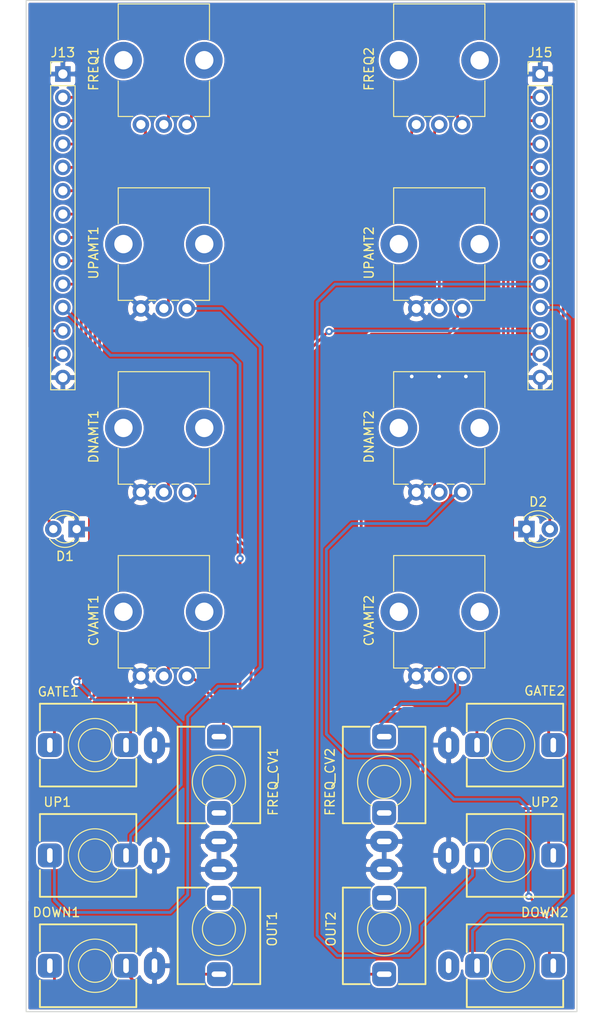
<source format=kicad_pcb>
(kicad_pcb (version 20171130) (host pcbnew "(5.1.10)-1")
  (layers (0 F.Cu signal) (31 B.Cu signal) (34 B.Paste user) (35 F.Paste user) (36 B.SilkS user) (37 F.SilkS user) (38 B.Mask user) (39 F.Mask user) (44 Edge.Cuts user))
  (net 0 "")
  (net 1 GND)
  (net 2 "Net-(DNAMT1-Pad1)")
  (net 3 "Net-(DNAMT2-Pad1)")
  (net 4 "Net-(J2-PadT)")
  (net 5 "Net-(J4-PadTN)")
  (net 6 "Net-(J5-PadTN)")
  (net 7 "Net-(J7-PadT)")
  (net 8 "Net-(J8-PadS)")
  (net 9 "Net-(J9-PadTN)")
  (net 10 "Net-(J10-PadTN)")
  (net 11 "Net-(CVAMT1-Pad1)")
  (net 12 /CVAMT1_WIPER_PA)
  (net 13 "Net-(CVAMT2-Pad1)")
  (net 14 /CVAMT2_WIPER_PA)
  (net 15 /LED1_PA)
  (net 16 /LED2_PA)
  (net 17 /DNAMT1_WIPER_PA)
  (net 18 /DNAMT2_WIPER_PA)
  (net 19 /FREQ1_P1_PA)
  (net 20 /FREQ1_WIPER_PA)
  (net 21 /FREQ1_P3_PA)
  (net 22 /FREQ2_P1_PA)
  (net 23 /FREQ2_WIPER_PA)
  (net 24 /FREQ2_P3_PA)
  (net 25 /GATE1_TN_PA)
  (net 26 /GATE1_T_PA)
  (net 27 /UP1_TN_PA)
  (net 28 /DOWN1_TN_PA)
  (net 29 /OUT1_T_PA)
  (net 30 /GATE2_TN_PA)
  (net 31 /GATE2_T_PA)
  (net 32 /UP2_TN_PA)
  (net 33 /DOWN2_TN_PA)
  (net 34 /OUT2_T_PA)
  (net 35 /UPAMT1_WIPER_PA)
  (net 36 /UPAMT2_WIPER_PA)
  (module Potentiometer_THT:Potentiometer_Bourns_PTV09A-1_Single_Vertical (layer F.Cu) (at 77.5 43.5 90)
    (fp_text reference FREQ2 (at 6.05 -10.15 90) (layer F.SilkS))
    (fp_text value 100k)
    (fp_line (start 13.12 -7.47) (end 13.12 2.47) (layer F.SilkS) (width 0.12))
    (fp_line (start 0.88 0.87) (end 0.88 2.47) (layer F.SilkS) (width 0.12))
    (fp_line (start 0.88 -1.629) (end 0.88 -0.87) (layer F.SilkS) (width 0.12))
    (fp_line (start 0.88 -4.129) (end 0.88 -3.37) (layer F.SilkS) (width 0.12))
    (fp_line (start 0.88 -7.47) (end 0.88 -5.871) (layer F.SilkS) (width 0.12))
    (fp_line (start 9.255 2.47) (end 13.12 2.47) (layer F.SilkS) (width 0.12))
    (fp_line (start 0.88 2.47) (end 4.745 2.47) (layer F.SilkS) (width 0.12))
    (fp_line (start 9.255 -7.47) (end 13.12 -7.47) (layer F.SilkS) (width 0.12))
    (fp_line (start 0.88 -7.47) (end 4.745 -7.47) (layer F.SilkS) (width 0.12))
    (pad "" np_thru_hole circle (at 7 1.9 90) (size 4 4) (drill 2) (layers *.Cu *.Mask))
    (pad "" np_thru_hole circle (at 7 -6.9 90) (size 4 4) (drill 2) (layers *.Cu *.Mask))
    (pad 1 thru_hole circle (at 0 0 90) (size 1.8 1.8) (drill 1) (layers *.Cu *.Mask) (net 22 /FREQ2_P1_PA))
    (pad 2 thru_hole circle (at 0 -2.5 90) (size 1.8 1.8) (drill 1) (layers *.Cu *.Mask) (net 23 /FREQ2_WIPER_PA))
    (pad 3 thru_hole circle (at 0 -5 90) (size 1.8 1.8) (drill 1) (layers *.Cu *.Mask) (net 24 /FREQ2_P3_PA))
  )
  (module Connector_PinHeader_2.54mm:PinHeader_1x14_P2.54mm_Vertical (layer F.Cu) (at 86 38)
    (fp_text reference J15 (at 0 -2.33) (layer F.SilkS))
    (fp_text value Conn_01x14_Male)
    (fp_line (start -1.33 34.35) (end 1.33 34.35) (layer F.SilkS) (width 0.12))
    (fp_line (start -1.33 1.27) (end -1.33 34.35) (layer F.SilkS) (width 0.12))
    (fp_line (start 1.33 1.27) (end 1.33 34.35) (layer F.SilkS) (width 0.12))
    (fp_line (start -1.33 1.27) (end 1.33 1.27) (layer F.SilkS) (width 0.12))
    (fp_line (start -1.33 0) (end -1.33 -1.33) (layer F.SilkS) (width 0.12))
    (fp_line (start -1.33 -1.33) (end 0 -1.33) (layer F.SilkS) (width 0.12))
    (pad 14 thru_hole oval (at 0 33.02) (size 1.7 1.7) (drill 1) (layers *.Cu *.Mask) (net 1 GND))
    (pad 13 thru_hole oval (at 0 30.48) (size 1.7 1.7) (drill 1) (layers *.Cu *.Mask) (net 16 /LED2_PA))
    (pad 12 thru_hole oval (at 0 27.94) (size 1.7 1.7) (drill 1) (layers *.Cu *.Mask) (net 34 /OUT2_T_PA))
    (pad 11 thru_hole oval (at 0 25.4) (size 1.7 1.7) (drill 1) (layers *.Cu *.Mask) (net 33 /DOWN2_TN_PA))
    (pad 10 thru_hole oval (at 0 22.86) (size 1.7 1.7) (drill 1) (layers *.Cu *.Mask) (net 32 /UP2_TN_PA))
    (pad 9 thru_hole oval (at 0 20.32) (size 1.7 1.7) (drill 1) (layers *.Cu *.Mask) (net 31 /GATE2_T_PA))
    (pad 8 thru_hole oval (at 0 17.78) (size 1.7 1.7) (drill 1) (layers *.Cu *.Mask) (net 30 /GATE2_TN_PA))
    (pad 7 thru_hole oval (at 0 15.24) (size 1.7 1.7) (drill 1) (layers *.Cu *.Mask) (net 14 /CVAMT2_WIPER_PA))
    (pad 6 thru_hole oval (at 0 12.7) (size 1.7 1.7) (drill 1) (layers *.Cu *.Mask) (net 18 /DNAMT2_WIPER_PA))
    (pad 5 thru_hole oval (at 0 10.16) (size 1.7 1.7) (drill 1) (layers *.Cu *.Mask) (net 36 /UPAMT2_WIPER_PA))
    (pad 4 thru_hole oval (at 0 7.62) (size 1.7 1.7) (drill 1) (layers *.Cu *.Mask) (net 24 /FREQ2_P3_PA))
    (pad 3 thru_hole oval (at 0 5.08) (size 1.7 1.7) (drill 1) (layers *.Cu *.Mask) (net 23 /FREQ2_WIPER_PA))
    (pad 2 thru_hole oval (at 0 2.54) (size 1.7 1.7) (drill 1) (layers *.Cu *.Mask) (net 22 /FREQ2_P1_PA))
    (pad 1 thru_hole rect (at 0 0) (size 1.7 1.7) (drill 1) (layers *.Cu *.Mask) (net 1 GND))
  )
  (module Connector_PinHeader_2.54mm:PinHeader_1x14_P2.54mm_Vertical (layer F.Cu) (at 34 38)
    (fp_text reference J13 (at 0 -2.33) (layer F.SilkS))
    (fp_text value Conn_01x14_Male)
    (fp_line (start -1.33 34.35) (end 1.33 34.35) (layer F.SilkS) (width 0.12))
    (fp_line (start -1.33 1.27) (end -1.33 34.35) (layer F.SilkS) (width 0.12))
    (fp_line (start 1.33 1.27) (end 1.33 34.35) (layer F.SilkS) (width 0.12))
    (fp_line (start -1.33 1.27) (end 1.33 1.27) (layer F.SilkS) (width 0.12))
    (fp_line (start -1.33 0) (end -1.33 -1.33) (layer F.SilkS) (width 0.12))
    (fp_line (start -1.33 -1.33) (end 0 -1.33) (layer F.SilkS) (width 0.12))
    (pad 14 thru_hole oval (at 0 33.02) (size 1.7 1.7) (drill 1) (layers *.Cu *.Mask) (net 1 GND))
    (pad 13 thru_hole oval (at 0 30.48) (size 1.7 1.7) (drill 1) (layers *.Cu *.Mask) (net 15 /LED1_PA))
    (pad 12 thru_hole oval (at 0 27.94) (size 1.7 1.7) (drill 1) (layers *.Cu *.Mask) (net 29 /OUT1_T_PA))
    (pad 11 thru_hole oval (at 0 25.4) (size 1.7 1.7) (drill 1) (layers *.Cu *.Mask) (net 28 /DOWN1_TN_PA))
    (pad 10 thru_hole oval (at 0 22.86) (size 1.7 1.7) (drill 1) (layers *.Cu *.Mask) (net 27 /UP1_TN_PA))
    (pad 9 thru_hole oval (at 0 20.32) (size 1.7 1.7) (drill 1) (layers *.Cu *.Mask) (net 26 /GATE1_T_PA))
    (pad 8 thru_hole oval (at 0 17.78) (size 1.7 1.7) (drill 1) (layers *.Cu *.Mask) (net 25 /GATE1_TN_PA))
    (pad 7 thru_hole oval (at 0 15.24) (size 1.7 1.7) (drill 1) (layers *.Cu *.Mask) (net 12 /CVAMT1_WIPER_PA))
    (pad 6 thru_hole oval (at 0 12.7) (size 1.7 1.7) (drill 1) (layers *.Cu *.Mask) (net 17 /DNAMT1_WIPER_PA))
    (pad 5 thru_hole oval (at 0 10.16) (size 1.7 1.7) (drill 1) (layers *.Cu *.Mask) (net 35 /UPAMT1_WIPER_PA))
    (pad 4 thru_hole oval (at 0 7.62) (size 1.7 1.7) (drill 1) (layers *.Cu *.Mask) (net 21 /FREQ1_P3_PA))
    (pad 3 thru_hole oval (at 0 5.08) (size 1.7 1.7) (drill 1) (layers *.Cu *.Mask) (net 20 /FREQ1_WIPER_PA))
    (pad 2 thru_hole oval (at 0 2.54) (size 1.7 1.7) (drill 1) (layers *.Cu *.Mask) (net 19 /FREQ1_P1_PA))
    (pad 1 thru_hole rect (at 0 0) (size 1.7 1.7) (drill 1) (layers *.Cu *.Mask) (net 1 GND))
  )
  (module Potentiometer_THT:Potentiometer_Bourns_PTV09A-1_Single_Vertical (layer F.Cu) (at 77.5 63.5 90)
    (fp_text reference UPAMT2 (at 6.05 -10.15 90) (layer F.SilkS))
    (fp_text value 100k)
    (fp_line (start 13.12 -7.47) (end 13.12 2.47) (layer F.SilkS) (width 0.12))
    (fp_line (start 0.88 0.87) (end 0.88 2.47) (layer F.SilkS) (width 0.12))
    (fp_line (start 0.88 -1.629) (end 0.88 -0.87) (layer F.SilkS) (width 0.12))
    (fp_line (start 0.88 -4.129) (end 0.88 -3.37) (layer F.SilkS) (width 0.12))
    (fp_line (start 0.88 -7.47) (end 0.88 -5.871) (layer F.SilkS) (width 0.12))
    (fp_line (start 9.255 2.47) (end 13.12 2.47) (layer F.SilkS) (width 0.12))
    (fp_line (start 0.88 2.47) (end 4.745 2.47) (layer F.SilkS) (width 0.12))
    (fp_line (start 9.255 -7.47) (end 13.12 -7.47) (layer F.SilkS) (width 0.12))
    (fp_line (start 0.88 -7.47) (end 4.745 -7.47) (layer F.SilkS) (width 0.12))
    (pad "" np_thru_hole circle (at 7 1.9 90) (size 4 4) (drill 2) (layers *.Cu *.Mask))
    (pad "" np_thru_hole circle (at 7 -6.9 90) (size 4 4) (drill 2) (layers *.Cu *.Mask))
    (pad 1 thru_hole circle (at 0 0 90) (size 1.8 1.8) (drill 1) (layers *.Cu *.Mask) (net 7 "Net-(J7-PadT)"))
    (pad 2 thru_hole circle (at 0 -2.5 90) (size 1.8 1.8) (drill 1) (layers *.Cu *.Mask) (net 36 /UPAMT2_WIPER_PA))
    (pad 3 thru_hole circle (at 0 -5 90) (size 1.8 1.8) (drill 1) (layers *.Cu *.Mask) (net 1 GND))
  )
  (module Potentiometer_THT:Potentiometer_Bourns_PTV09A-1_Single_Vertical (layer F.Cu) (at 47.5 63.5 90)
    (fp_text reference UPAMT1 (at 6.05 -10.15 90) (layer F.SilkS))
    (fp_text value 100k)
    (fp_line (start 13.12 -7.47) (end 13.12 2.47) (layer F.SilkS) (width 0.12))
    (fp_line (start 0.88 0.87) (end 0.88 2.47) (layer F.SilkS) (width 0.12))
    (fp_line (start 0.88 -1.629) (end 0.88 -0.87) (layer F.SilkS) (width 0.12))
    (fp_line (start 0.88 -4.129) (end 0.88 -3.37) (layer F.SilkS) (width 0.12))
    (fp_line (start 0.88 -7.47) (end 0.88 -5.871) (layer F.SilkS) (width 0.12))
    (fp_line (start 9.255 2.47) (end 13.12 2.47) (layer F.SilkS) (width 0.12))
    (fp_line (start 0.88 2.47) (end 4.745 2.47) (layer F.SilkS) (width 0.12))
    (fp_line (start 9.255 -7.47) (end 13.12 -7.47) (layer F.SilkS) (width 0.12))
    (fp_line (start 0.88 -7.47) (end 4.745 -7.47) (layer F.SilkS) (width 0.12))
    (pad "" np_thru_hole circle (at 7 1.9 90) (size 4 4) (drill 2) (layers *.Cu *.Mask))
    (pad "" np_thru_hole circle (at 7 -6.9 90) (size 4 4) (drill 2) (layers *.Cu *.Mask))
    (pad 1 thru_hole circle (at 0 0 90) (size 1.8 1.8) (drill 1) (layers *.Cu *.Mask) (net 4 "Net-(J2-PadT)"))
    (pad 2 thru_hole circle (at 0 -2.5 90) (size 1.8 1.8) (drill 1) (layers *.Cu *.Mask) (net 35 /UPAMT1_WIPER_PA))
    (pad 3 thru_hole circle (at 0 -5 90) (size 1.8 1.8) (drill 1) (layers *.Cu *.Mask) (net 1 GND))
  )
  (module "Thonk Jacks:Jack_3.5mm_QingPu_WQP-PJ398SM_Vertical" (layer F.Cu) (at 69 131 180)
    (fp_text reference J10)
    (fp_text value OUT2 (at 5.8 0 90) (layer F.SilkS))
    (fp_circle (center 0 0) (end -1.8 0) (layer F.SilkS) (width 0.12))
    (fp_line (start 1.5 4.5) (end 4.5 4.5) (layer F.SilkS) (width 0.2))
    (fp_line (start -4.5 4.5) (end -1.5 4.5) (layer F.SilkS) (width 0.2))
    (fp_line (start 1.6 -6) (end 4.5 -6) (layer F.SilkS) (width 0.2))
    (fp_line (start -4.5 -6) (end -1.6 -6) (layer F.SilkS) (width 0.2))
    (fp_line (start -4.5 4.5) (end -4.5 -6) (layer F.SilkS) (width 0.2))
    (fp_line (start 4.5 4.5) (end 4.5 -6) (layer F.SilkS) (width 0.2))
    (fp_arc (start 0 0) (end 0 -2.895) (angle -153.4) (layer F.SilkS) (width 0.12))
    (fp_arc (start 0 0) (end 0 -2.895) (angle 153.4) (layer F.SilkS) (width 0.12))
    (pad T thru_hole roundrect (at 0 -4.92 180) (size 2.6 2.6) (drill oval 1.6 0.6) (layers *.Cu *.Mask) (net 34 /OUT2_T_PA))
    (pad S thru_hole oval (at 0 6.48 180) (size 3.1 2.3) (drill oval 1.6 0.6) (layers *.Cu *.Mask) (net 1 GND))
    (pad TN thru_hole roundrect (at 0 3.38 180) (size 2.6 2.6) (drill oval 1.6 0.6) (layers *.Cu *.Mask) (net 10 "Net-(J10-PadTN)"))
  )
  (module "Thonk Jacks:Jack_3.5mm_QingPu_WQP-PJ398SM_Vertical" (layer F.Cu) (at 69 115)
    (fp_text reference J9)
    (fp_text value FREQ_CV2 (at -5.9 0 90) (layer F.SilkS))
    (fp_line (start 4.5 4.5) (end 4.5 -6) (layer F.SilkS) (width 0.2))
    (fp_line (start -4.5 4.5) (end -4.5 -6) (layer F.SilkS) (width 0.2))
    (fp_line (start -4.5 -6) (end -1.6 -6) (layer F.SilkS) (width 0.2))
    (fp_line (start 1.6 -6) (end 4.5 -6) (layer F.SilkS) (width 0.2))
    (fp_line (start -4.5 4.5) (end -1.5 4.5) (layer F.SilkS) (width 0.2))
    (fp_line (start 1.5 4.5) (end 4.5 4.5) (layer F.SilkS) (width 0.2))
    (fp_circle (center 0 0) (end -1.8 0) (layer F.SilkS) (width 0.12))
    (fp_arc (start 0 0) (end 0 -2.895) (angle 153.4) (layer F.SilkS) (width 0.12))
    (fp_arc (start 0 0) (end 0 -2.895) (angle -153.4) (layer F.SilkS) (width 0.12))
    (pad TN thru_hole roundrect (at 0 3.38) (size 2.6 2.6) (drill oval 1.6 0.6) (layers *.Cu *.Mask) (net 9 "Net-(J9-PadTN)"))
    (pad S thru_hole oval (at 0 6.48) (size 3.1 2.3) (drill oval 1.6 0.6) (layers *.Cu *.Mask) (net 1 GND))
    (pad T thru_hole roundrect (at 0 -4.92) (size 2.6 2.6) (drill oval 1.6 0.6) (layers *.Cu *.Mask) (net 13 "Net-(CVAMT2-Pad1)"))
  )
  (module "Thonk Jacks:Jack_3.5mm_QingPu_WQP-PJ398SM_Vertical" (layer F.Cu) (at 82.5 135 270)
    (fp_text reference J8)
    (fp_text value DOWN2 (at -5.8 -4 180) (layer F.SilkS))
    (fp_line (start 4.5 4.5) (end 4.5 -6) (layer F.SilkS) (width 0.2))
    (fp_line (start -4.5 4.5) (end -4.5 -6) (layer F.SilkS) (width 0.2))
    (fp_line (start -4.5 -6) (end -1.6 -6) (layer F.SilkS) (width 0.2))
    (fp_line (start 1.6 -6) (end 4.5 -6) (layer F.SilkS) (width 0.2))
    (fp_line (start -4.5 4.5) (end -1.5 4.5) (layer F.SilkS) (width 0.2))
    (fp_line (start 1.5 4.5) (end 4.5 4.5) (layer F.SilkS) (width 0.2))
    (fp_circle (center 0 0) (end -1.8 0) (layer F.SilkS) (width 0.12))
    (fp_arc (start 0 0) (end 0 -2.895) (angle 153.4) (layer F.SilkS) (width 0.12))
    (fp_arc (start 0 0) (end 0 -2.895) (angle -153.4) (layer F.SilkS) (width 0.12))
    (pad TN thru_hole roundrect (at 0 3.38 270) (size 2.6 2.6) (drill oval 1.6 0.6) (layers *.Cu *.Mask) (net 33 /DOWN2_TN_PA))
    (pad S thru_hole oval (at 0 6.48 270) (size 3.1 2.3) (drill oval 1.6 0.6) (layers *.Cu *.Mask) (net 8 "Net-(J8-PadS)"))
    (pad T thru_hole roundrect (at 0 -4.92 270) (size 2.6 2.6) (drill oval 1.6 0.6) (layers *.Cu *.Mask) (net 3 "Net-(DNAMT2-Pad1)"))
  )
  (module "Thonk Jacks:Jack_3.5mm_QingPu_WQP-PJ398SM_Vertical" (layer F.Cu) (at 82.5 123 270)
    (fp_text reference J7)
    (fp_text value UP2 (at -5.8 -4 180) (layer F.SilkS))
    (fp_line (start 4.5 4.5) (end 4.5 -6) (layer F.SilkS) (width 0.2))
    (fp_line (start -4.5 4.5) (end -4.5 -6) (layer F.SilkS) (width 0.2))
    (fp_line (start -4.5 -6) (end -1.6 -6) (layer F.SilkS) (width 0.2))
    (fp_line (start 1.6 -6) (end 4.5 -6) (layer F.SilkS) (width 0.2))
    (fp_line (start -4.5 4.5) (end -1.5 4.5) (layer F.SilkS) (width 0.2))
    (fp_line (start 1.5 4.5) (end 4.5 4.5) (layer F.SilkS) (width 0.2))
    (fp_circle (center 0 0) (end -1.8 0) (layer F.SilkS) (width 0.12))
    (fp_arc (start 0 0) (end 0 -2.895) (angle 153.4) (layer F.SilkS) (width 0.12))
    (fp_arc (start 0 0) (end 0 -2.895) (angle -153.4) (layer F.SilkS) (width 0.12))
    (pad TN thru_hole roundrect (at 0 3.38 270) (size 2.6 2.6) (drill oval 1.6 0.6) (layers *.Cu *.Mask) (net 32 /UP2_TN_PA))
    (pad S thru_hole oval (at 0 6.48 270) (size 3.1 2.3) (drill oval 1.6 0.6) (layers *.Cu *.Mask) (net 1 GND))
    (pad T thru_hole roundrect (at 0 -4.92 270) (size 2.6 2.6) (drill oval 1.6 0.6) (layers *.Cu *.Mask) (net 7 "Net-(J7-PadT)"))
  )
  (module "Thonk Jacks:Jack_3.5mm_QingPu_WQP-PJ398SM_Vertical" (layer F.Cu) (at 82.5 111 270)
    (fp_text reference J6)
    (fp_text value GATE2 (at -5.9 -4 180) (layer F.SilkS))
    (fp_line (start 4.5 4.5) (end 4.5 -6) (layer F.SilkS) (width 0.2))
    (fp_line (start -4.5 4.5) (end -4.5 -6) (layer F.SilkS) (width 0.2))
    (fp_line (start -4.5 -6) (end -1.6 -6) (layer F.SilkS) (width 0.2))
    (fp_line (start 1.6 -6) (end 4.5 -6) (layer F.SilkS) (width 0.2))
    (fp_line (start -4.5 4.5) (end -1.5 4.5) (layer F.SilkS) (width 0.2))
    (fp_line (start 1.5 4.5) (end 4.5 4.5) (layer F.SilkS) (width 0.2))
    (fp_circle (center 0 0) (end -1.8 0) (layer F.SilkS) (width 0.12))
    (fp_arc (start 0 0) (end 0 -2.895) (angle 153.4) (layer F.SilkS) (width 0.12))
    (fp_arc (start 0 0) (end 0 -2.895) (angle -153.4) (layer F.SilkS) (width 0.12))
    (pad TN thru_hole roundrect (at 0 3.38 270) (size 2.6 2.6) (drill oval 1.6 0.6) (layers *.Cu *.Mask) (net 30 /GATE2_TN_PA))
    (pad S thru_hole oval (at 0 6.48 270) (size 3.1 2.3) (drill oval 1.6 0.6) (layers *.Cu *.Mask) (net 1 GND))
    (pad T thru_hole roundrect (at 0 -4.92 270) (size 2.6 2.6) (drill oval 1.6 0.6) (layers *.Cu *.Mask) (net 31 /GATE2_T_PA))
  )
  (module "Thonk Jacks:Jack_3.5mm_QingPu_WQP-PJ398SM_Vertical" (layer F.Cu) (at 51 131 180)
    (fp_text reference J5)
    (fp_text value OUT1 (at -5.8 0 90) (layer F.SilkS))
    (fp_line (start 4.5 4.5) (end 4.5 -6) (layer F.SilkS) (width 0.2))
    (fp_line (start -4.5 4.5) (end -4.5 -6) (layer F.SilkS) (width 0.2))
    (fp_line (start -4.5 -6) (end -1.6 -6) (layer F.SilkS) (width 0.2))
    (fp_line (start 1.6 -6) (end 4.5 -6) (layer F.SilkS) (width 0.2))
    (fp_line (start -4.5 4.5) (end -1.5 4.5) (layer F.SilkS) (width 0.2))
    (fp_line (start 1.5 4.5) (end 4.5 4.5) (layer F.SilkS) (width 0.2))
    (fp_circle (center 0 0) (end -1.8 0) (layer F.SilkS) (width 0.12))
    (fp_arc (start 0 0) (end 0 -2.895) (angle 153.4) (layer F.SilkS) (width 0.12))
    (fp_arc (start 0 0) (end 0 -2.895) (angle -153.4) (layer F.SilkS) (width 0.12))
    (pad TN thru_hole roundrect (at 0 3.38 180) (size 2.6 2.6) (drill oval 1.6 0.6) (layers *.Cu *.Mask) (net 6 "Net-(J5-PadTN)"))
    (pad S thru_hole oval (at 0 6.48 180) (size 3.1 2.3) (drill oval 1.6 0.6) (layers *.Cu *.Mask) (net 1 GND))
    (pad T thru_hole roundrect (at 0 -4.92 180) (size 2.6 2.6) (drill oval 1.6 0.6) (layers *.Cu *.Mask) (net 29 /OUT1_T_PA))
  )
  (module "Thonk Jacks:Jack_3.5mm_QingPu_WQP-PJ398SM_Vertical" (layer F.Cu) (at 51 115)
    (fp_text reference J4)
    (fp_text value FREQ_CV1 (at 5.9 0 90) (layer F.SilkS))
    (fp_line (start 4.5 4.5) (end 4.5 -6) (layer F.SilkS) (width 0.2))
    (fp_line (start -4.5 4.5) (end -4.5 -6) (layer F.SilkS) (width 0.2))
    (fp_line (start -4.5 -6) (end -1.6 -6) (layer F.SilkS) (width 0.2))
    (fp_line (start 1.6 -6) (end 4.5 -6) (layer F.SilkS) (width 0.2))
    (fp_line (start -4.5 4.5) (end -1.5 4.5) (layer F.SilkS) (width 0.2))
    (fp_line (start 1.5 4.5) (end 4.5 4.5) (layer F.SilkS) (width 0.2))
    (fp_circle (center 0 0) (end -1.8 0) (layer F.SilkS) (width 0.12))
    (fp_arc (start 0 0) (end 0 -2.895) (angle 153.4) (layer F.SilkS) (width 0.12))
    (fp_arc (start 0 0) (end 0 -2.895) (angle -153.4) (layer F.SilkS) (width 0.12))
    (pad TN thru_hole roundrect (at 0 3.38) (size 2.6 2.6) (drill oval 1.6 0.6) (layers *.Cu *.Mask) (net 5 "Net-(J4-PadTN)"))
    (pad S thru_hole oval (at 0 6.48) (size 3.1 2.3) (drill oval 1.6 0.6) (layers *.Cu *.Mask) (net 1 GND))
    (pad T thru_hole roundrect (at 0 -4.92) (size 2.6 2.6) (drill oval 1.6 0.6) (layers *.Cu *.Mask) (net 11 "Net-(CVAMT1-Pad1)"))
  )
  (module "Thonk Jacks:Jack_3.5mm_QingPu_WQP-PJ398SM_Vertical" (layer F.Cu) (at 37.5 135 90)
    (fp_text reference J3)
    (fp_text value DOWN1 (at 5.8 -4.2 180) (layer F.SilkS))
    (fp_line (start 4.5 4.5) (end 4.5 -6) (layer F.SilkS) (width 0.2))
    (fp_line (start -4.5 4.5) (end -4.5 -6) (layer F.SilkS) (width 0.2))
    (fp_line (start -4.5 -6) (end -1.6 -6) (layer F.SilkS) (width 0.2))
    (fp_line (start 1.6 -6) (end 4.5 -6) (layer F.SilkS) (width 0.2))
    (fp_line (start -4.5 4.5) (end -1.5 4.5) (layer F.SilkS) (width 0.2))
    (fp_line (start 1.5 4.5) (end 4.5 4.5) (layer F.SilkS) (width 0.2))
    (fp_circle (center 0 0) (end -1.8 0) (layer F.SilkS) (width 0.12))
    (fp_arc (start 0 0) (end 0 -2.895) (angle 153.4) (layer F.SilkS) (width 0.12))
    (fp_arc (start 0 0) (end 0 -2.895) (angle -153.4) (layer F.SilkS) (width 0.12))
    (pad TN thru_hole roundrect (at 0 3.38 90) (size 2.6 2.6) (drill oval 1.6 0.6) (layers *.Cu *.Mask) (net 28 /DOWN1_TN_PA))
    (pad S thru_hole oval (at 0 6.48 90) (size 3.1 2.3) (drill oval 1.6 0.6) (layers *.Cu *.Mask) (net 1 GND))
    (pad T thru_hole roundrect (at 0 -4.92 90) (size 2.6 2.6) (drill oval 1.6 0.6) (layers *.Cu *.Mask) (net 2 "Net-(DNAMT1-Pad1)"))
  )
  (module "Thonk Jacks:Jack_3.5mm_QingPu_WQP-PJ398SM_Vertical" (layer F.Cu) (at 37.5 123 90)
    (fp_text reference J2)
    (fp_text value UP1 (at 5.8 -4.1 180) (layer F.SilkS))
    (fp_line (start 4.5 4.5) (end 4.5 -6) (layer F.SilkS) (width 0.2))
    (fp_line (start -4.5 4.5) (end -4.5 -6) (layer F.SilkS) (width 0.2))
    (fp_line (start -4.5 -6) (end -1.6 -6) (layer F.SilkS) (width 0.2))
    (fp_line (start 1.6 -6) (end 4.5 -6) (layer F.SilkS) (width 0.2))
    (fp_line (start -4.5 4.5) (end -1.5 4.5) (layer F.SilkS) (width 0.2))
    (fp_line (start 1.5 4.5) (end 4.5 4.5) (layer F.SilkS) (width 0.2))
    (fp_circle (center 0 0) (end -1.8 0) (layer F.SilkS) (width 0.12))
    (fp_arc (start 0 0) (end 0 -2.895) (angle 153.4) (layer F.SilkS) (width 0.12))
    (fp_arc (start 0 0) (end 0 -2.895) (angle -153.4) (layer F.SilkS) (width 0.12))
    (pad TN thru_hole roundrect (at 0 3.38 90) (size 2.6 2.6) (drill oval 1.6 0.6) (layers *.Cu *.Mask) (net 27 /UP1_TN_PA))
    (pad S thru_hole oval (at 0 6.48 90) (size 3.1 2.3) (drill oval 1.6 0.6) (layers *.Cu *.Mask) (net 1 GND))
    (pad T thru_hole roundrect (at 0 -4.92 90) (size 2.6 2.6) (drill oval 1.6 0.6) (layers *.Cu *.Mask) (net 4 "Net-(J2-PadT)"))
  )
  (module "Thonk Jacks:Jack_3.5mm_QingPu_WQP-PJ398SM_Vertical" (layer F.Cu) (at 37.5 111 90)
    (fp_text reference J1)
    (fp_text value GATE1 (at 5.8 -4 180) (layer F.SilkS))
    (fp_line (start 4.5 4.5) (end 4.5 -6) (layer F.SilkS) (width 0.2))
    (fp_line (start -4.5 4.5) (end -4.5 -6) (layer F.SilkS) (width 0.2))
    (fp_line (start -4.5 -6) (end -1.6 -6) (layer F.SilkS) (width 0.2))
    (fp_line (start 1.6 -6) (end 4.5 -6) (layer F.SilkS) (width 0.2))
    (fp_line (start -4.5 4.5) (end -1.5 4.5) (layer F.SilkS) (width 0.2))
    (fp_line (start 1.5 4.5) (end 4.5 4.5) (layer F.SilkS) (width 0.2))
    (fp_circle (center 0 0) (end -1.8 0) (layer F.SilkS) (width 0.12))
    (fp_arc (start 0 0) (end 0 -2.895) (angle 153.4) (layer F.SilkS) (width 0.12))
    (fp_arc (start 0 0) (end 0 -2.895) (angle -153.4) (layer F.SilkS) (width 0.12))
    (pad TN thru_hole roundrect (at 0 3.38 90) (size 2.6 2.6) (drill oval 1.6 0.6) (layers *.Cu *.Mask) (net 25 /GATE1_TN_PA))
    (pad S thru_hole oval (at 0 6.48 90) (size 3.1 2.3) (drill oval 1.6 0.6) (layers *.Cu *.Mask) (net 1 GND))
    (pad T thru_hole roundrect (at 0 -4.92 90) (size 2.6 2.6) (drill oval 1.6 0.6) (layers *.Cu *.Mask) (net 26 /GATE1_T_PA))
  )
  (module Potentiometer_THT:Potentiometer_Bourns_PTV09A-1_Single_Vertical (layer F.Cu) (at 47.5 43.5 90)
    (fp_text reference FREQ1 (at 6.05 -10.15 90) (layer F.SilkS))
    (fp_text value 100k)
    (fp_line (start 13.12 -7.47) (end 13.12 2.47) (layer F.SilkS) (width 0.12))
    (fp_line (start 0.88 0.87) (end 0.88 2.47) (layer F.SilkS) (width 0.12))
    (fp_line (start 0.88 -1.629) (end 0.88 -0.87) (layer F.SilkS) (width 0.12))
    (fp_line (start 0.88 -4.129) (end 0.88 -3.37) (layer F.SilkS) (width 0.12))
    (fp_line (start 0.88 -7.47) (end 0.88 -5.871) (layer F.SilkS) (width 0.12))
    (fp_line (start 9.255 2.47) (end 13.12 2.47) (layer F.SilkS) (width 0.12))
    (fp_line (start 0.88 2.47) (end 4.745 2.47) (layer F.SilkS) (width 0.12))
    (fp_line (start 9.255 -7.47) (end 13.12 -7.47) (layer F.SilkS) (width 0.12))
    (fp_line (start 0.88 -7.47) (end 4.745 -7.47) (layer F.SilkS) (width 0.12))
    (pad "" np_thru_hole circle (at 7 1.9 90) (size 4 4) (drill 2) (layers *.Cu *.Mask))
    (pad "" np_thru_hole circle (at 7 -6.9 90) (size 4 4) (drill 2) (layers *.Cu *.Mask))
    (pad 1 thru_hole circle (at 0 0 90) (size 1.8 1.8) (drill 1) (layers *.Cu *.Mask) (net 19 /FREQ1_P1_PA))
    (pad 2 thru_hole circle (at 0 -2.5 90) (size 1.8 1.8) (drill 1) (layers *.Cu *.Mask) (net 20 /FREQ1_WIPER_PA))
    (pad 3 thru_hole circle (at 0 -5 90) (size 1.8 1.8) (drill 1) (layers *.Cu *.Mask) (net 21 /FREQ1_P3_PA))
  )
  (module Potentiometer_THT:Potentiometer_Bourns_PTV09A-1_Single_Vertical (layer F.Cu) (at 77.5 83.5 90)
    (fp_text reference DNAMT2 (at 6.05 -10.15 90) (layer F.SilkS))
    (fp_text value 100k)
    (fp_line (start 13.12 -7.47) (end 13.12 2.47) (layer F.SilkS) (width 0.12))
    (fp_line (start 0.88 0.87) (end 0.88 2.47) (layer F.SilkS) (width 0.12))
    (fp_line (start 0.88 -1.629) (end 0.88 -0.87) (layer F.SilkS) (width 0.12))
    (fp_line (start 0.88 -4.129) (end 0.88 -3.37) (layer F.SilkS) (width 0.12))
    (fp_line (start 0.88 -7.47) (end 0.88 -5.871) (layer F.SilkS) (width 0.12))
    (fp_line (start 9.255 2.47) (end 13.12 2.47) (layer F.SilkS) (width 0.12))
    (fp_line (start 0.88 2.47) (end 4.745 2.47) (layer F.SilkS) (width 0.12))
    (fp_line (start 9.255 -7.47) (end 13.12 -7.47) (layer F.SilkS) (width 0.12))
    (fp_line (start 0.88 -7.47) (end 4.745 -7.47) (layer F.SilkS) (width 0.12))
    (pad "" np_thru_hole circle (at 7 1.9 90) (size 4 4) (drill 2) (layers *.Cu *.Mask))
    (pad "" np_thru_hole circle (at 7 -6.9 90) (size 4 4) (drill 2) (layers *.Cu *.Mask))
    (pad 1 thru_hole circle (at 0 0 90) (size 1.8 1.8) (drill 1) (layers *.Cu *.Mask) (net 3 "Net-(DNAMT2-Pad1)"))
    (pad 2 thru_hole circle (at 0 -2.5 90) (size 1.8 1.8) (drill 1) (layers *.Cu *.Mask) (net 18 /DNAMT2_WIPER_PA))
    (pad 3 thru_hole circle (at 0 -5 90) (size 1.8 1.8) (drill 1) (layers *.Cu *.Mask) (net 1 GND))
  )
  (module Potentiometer_THT:Potentiometer_Bourns_PTV09A-1_Single_Vertical (layer F.Cu) (at 47.5 83.5 90)
    (fp_text reference DNAMT1 (at 6.05 -10.15 90) (layer F.SilkS))
    (fp_text value 100k)
    (fp_line (start 13.12 -7.47) (end 13.12 2.47) (layer F.SilkS) (width 0.12))
    (fp_line (start 0.88 0.87) (end 0.88 2.47) (layer F.SilkS) (width 0.12))
    (fp_line (start 0.88 -1.629) (end 0.88 -0.87) (layer F.SilkS) (width 0.12))
    (fp_line (start 0.88 -4.129) (end 0.88 -3.37) (layer F.SilkS) (width 0.12))
    (fp_line (start 0.88 -7.47) (end 0.88 -5.871) (layer F.SilkS) (width 0.12))
    (fp_line (start 9.255 2.47) (end 13.12 2.47) (layer F.SilkS) (width 0.12))
    (fp_line (start 0.88 2.47) (end 4.745 2.47) (layer F.SilkS) (width 0.12))
    (fp_line (start 9.255 -7.47) (end 13.12 -7.47) (layer F.SilkS) (width 0.12))
    (fp_line (start 0.88 -7.47) (end 4.745 -7.47) (layer F.SilkS) (width 0.12))
    (pad "" np_thru_hole circle (at 7 1.9 90) (size 4 4) (drill 2) (layers *.Cu *.Mask))
    (pad "" np_thru_hole circle (at 7 -6.9 90) (size 4 4) (drill 2) (layers *.Cu *.Mask))
    (pad 1 thru_hole circle (at 0 0 90) (size 1.8 1.8) (drill 1) (layers *.Cu *.Mask) (net 2 "Net-(DNAMT1-Pad1)"))
    (pad 2 thru_hole circle (at 0 -2.5 90) (size 1.8 1.8) (drill 1) (layers *.Cu *.Mask) (net 17 /DNAMT1_WIPER_PA))
    (pad 3 thru_hole circle (at 0 -5 90) (size 1.8 1.8) (drill 1) (layers *.Cu *.Mask) (net 1 GND))
  )
  (module LED_THT:LED_D3.0mm (layer F.Cu) (at 84.5 87.5)
    (fp_text reference D2 (at 1.27 -2.96) (layer F.SilkS))
    (fp_text value LED)
    (fp_line (start -0.29 1.08) (end -0.29 1.236) (layer F.SilkS) (width 0.12))
    (fp_line (start -0.29 -1.236) (end -0.29 -1.08) (layer F.SilkS) (width 0.12))
    (fp_arc (start 1.27 0) (end 0.229039 1.08) (angle -87.9) (layer F.SilkS) (width 0.12))
    (fp_arc (start 1.27 0) (end 0.229039 -1.08) (angle 87.9) (layer F.SilkS) (width 0.12))
    (fp_arc (start 1.27 0) (end -0.29 1.235516) (angle -108.8) (layer F.SilkS) (width 0.12))
    (fp_arc (start 1.27 0) (end -0.29 -1.235516) (angle 108.8) (layer F.SilkS) (width 0.12))
    (pad 2 thru_hole circle (at 2.54 0) (size 1.8 1.8) (drill 0.9) (layers *.Cu *.Mask) (net 16 /LED2_PA))
    (pad 1 thru_hole rect (at 0 0) (size 1.8 1.8) (drill 0.9) (layers *.Cu *.Mask) (net 1 GND))
  )
  (module LED_THT:LED_D3.0mm (layer F.Cu) (at 35.5 87.5 180)
    (fp_text reference D1 (at 1.27 -2.96) (layer F.SilkS))
    (fp_text value LED)
    (fp_line (start -0.29 1.08) (end -0.29 1.236) (layer F.SilkS) (width 0.12))
    (fp_line (start -0.29 -1.236) (end -0.29 -1.08) (layer F.SilkS) (width 0.12))
    (fp_arc (start 1.27 0) (end 0.229039 1.08) (angle -87.9) (layer F.SilkS) (width 0.12))
    (fp_arc (start 1.27 0) (end 0.229039 -1.08) (angle 87.9) (layer F.SilkS) (width 0.12))
    (fp_arc (start 1.27 0) (end -0.29 1.235516) (angle -108.8) (layer F.SilkS) (width 0.12))
    (fp_arc (start 1.27 0) (end -0.29 -1.235516) (angle 108.8) (layer F.SilkS) (width 0.12))
    (pad 2 thru_hole circle (at 2.54 0 180) (size 1.8 1.8) (drill 0.9) (layers *.Cu *.Mask) (net 15 /LED1_PA))
    (pad 1 thru_hole rect (at 0 0 180) (size 1.8 1.8) (drill 0.9) (layers *.Cu *.Mask) (net 1 GND))
  )
  (module Potentiometer_THT:Potentiometer_Bourns_PTV09A-1_Single_Vertical (layer F.Cu) (at 77.5 103.5 90)
    (fp_text reference CVAMT2 (at 6.05 -10.15 90) (layer F.SilkS))
    (fp_text value 100k)
    (fp_line (start 13.12 -7.47) (end 13.12 2.47) (layer F.SilkS) (width 0.12))
    (fp_line (start 0.88 0.87) (end 0.88 2.47) (layer F.SilkS) (width 0.12))
    (fp_line (start 0.88 -1.629) (end 0.88 -0.87) (layer F.SilkS) (width 0.12))
    (fp_line (start 0.88 -4.129) (end 0.88 -3.37) (layer F.SilkS) (width 0.12))
    (fp_line (start 0.88 -7.47) (end 0.88 -5.871) (layer F.SilkS) (width 0.12))
    (fp_line (start 9.255 2.47) (end 13.12 2.47) (layer F.SilkS) (width 0.12))
    (fp_line (start 0.88 2.47) (end 4.745 2.47) (layer F.SilkS) (width 0.12))
    (fp_line (start 9.255 -7.47) (end 13.12 -7.47) (layer F.SilkS) (width 0.12))
    (fp_line (start 0.88 -7.47) (end 4.745 -7.47) (layer F.SilkS) (width 0.12))
    (pad "" np_thru_hole circle (at 7 1.9 90) (size 4 4) (drill 2) (layers *.Cu *.Mask))
    (pad "" np_thru_hole circle (at 7 -6.9 90) (size 4 4) (drill 2) (layers *.Cu *.Mask))
    (pad 1 thru_hole circle (at 0 0 90) (size 1.8 1.8) (drill 1) (layers *.Cu *.Mask) (net 13 "Net-(CVAMT2-Pad1)"))
    (pad 2 thru_hole circle (at 0 -2.5 90) (size 1.8 1.8) (drill 1) (layers *.Cu *.Mask) (net 14 /CVAMT2_WIPER_PA))
    (pad 3 thru_hole circle (at 0 -5 90) (size 1.8 1.8) (drill 1) (layers *.Cu *.Mask) (net 1 GND))
  )
  (module Potentiometer_THT:Potentiometer_Bourns_PTV09A-1_Single_Vertical (layer F.Cu) (at 47.5 103.5 90)
    (fp_text reference CVAMT1 (at 6.05 -10.15 90) (layer F.SilkS))
    (fp_text value 100k)
    (fp_line (start 13.12 -7.47) (end 13.12 2.47) (layer F.SilkS) (width 0.12))
    (fp_line (start 0.88 0.87) (end 0.88 2.47) (layer F.SilkS) (width 0.12))
    (fp_line (start 0.88 -1.629) (end 0.88 -0.87) (layer F.SilkS) (width 0.12))
    (fp_line (start 0.88 -4.129) (end 0.88 -3.37) (layer F.SilkS) (width 0.12))
    (fp_line (start 0.88 -7.47) (end 0.88 -5.871) (layer F.SilkS) (width 0.12))
    (fp_line (start 9.255 2.47) (end 13.12 2.47) (layer F.SilkS) (width 0.12))
    (fp_line (start 0.88 2.47) (end 4.745 2.47) (layer F.SilkS) (width 0.12))
    (fp_line (start 9.255 -7.47) (end 13.12 -7.47) (layer F.SilkS) (width 0.12))
    (fp_line (start 0.88 -7.47) (end 4.745 -7.47) (layer F.SilkS) (width 0.12))
    (pad "" np_thru_hole circle (at 7 1.9 90) (size 4 4) (drill 2) (layers *.Cu *.Mask))
    (pad "" np_thru_hole circle (at 7 -6.9 90) (size 4 4) (drill 2) (layers *.Cu *.Mask))
    (pad 1 thru_hole circle (at 0 0 90) (size 1.8 1.8) (drill 1) (layers *.Cu *.Mask) (net 11 "Net-(CVAMT1-Pad1)"))
    (pad 2 thru_hole circle (at 0 -2.5 90) (size 1.8 1.8) (drill 1) (layers *.Cu *.Mask) (net 12 /CVAMT1_WIPER_PA))
    (pad 3 thru_hole circle (at 0 -5 90) (size 1.8 1.8) (drill 1) (layers *.Cu *.Mask) (net 1 GND))
  )
  (gr_poly (pts (xy 90 140) (xy 30 140) (xy 30 30) (xy 90 30)) (layer Edge.Cuts) (width 0.1))
  (via (at 75 70.9) (size 0.8) (drill 0.4) (layers F.Cu B.Cu) (net 1))
  (via (at 77.9 70.9) (size 0.8) (drill 0.4) (layers F.Cu B.Cu) (net 1))
  (via (at 72 70.9) (size 0.8) (drill 0.4) (layers F.Cu B.Cu) (net 1))
  (segment (start 48 83.5) (end 54.5 90) (width 0.3) (layer F.Cu) (net 2))
  (segment (start 54.5 90) (end 54.5 105.2) (width 0.3) (layer F.Cu) (net 2))
  (segment (start 54.5 105.2) (end 57.7 108.4) (width 0.3) (layer F.Cu) (net 2))
  (segment (start 57.7 108.4) (end 57.7 136.4) (width 0.3) (layer F.Cu) (net 2))
  (segment (start 57.7 136.4) (end 55 139.1) (width 0.3) (layer F.Cu) (net 2))
  (segment (start 55 139.1) (end 34.7 139.1) (width 0.3) (layer F.Cu) (net 2))
  (segment (start 33.08 137.48) (end 33.08 135) (width 0.3) (layer F.Cu) (net 2))
  (segment (start 34.7 139.1) (end 33.08 137.48) (width 0.3) (layer F.Cu) (net 2))
  (segment (start 77 83.5) (end 75.8 84.7) (width 0.3) (layer B.Cu) (net 3))
  (segment (start 75.8 84.7) (end 73.6 86.9) (width 0.3) (layer B.Cu) (net 3))
  (segment (start 73.6 86.9) (end 65.5 86.9) (width 0.3) (layer B.Cu) (net 3))
  (segment (start 65.5 86.9) (end 62.7 89.7) (width 0.3) (layer B.Cu) (net 3))
  (segment (start 62.7 89.7) (end 62.7 109.8) (width 0.3) (layer B.Cu) (net 3))
  (segment (start 62.7 109.8) (end 65.1 112.2) (width 0.3) (layer B.Cu) (net 3))
  (segment (start 65.1 112.2) (end 71.9 112.2) (width 0.3) (layer B.Cu) (net 3))
  (segment (start 71.9 112.2) (end 76.6 116.9) (width 0.3) (layer B.Cu) (net 3))
  (segment (start 76.6 116.9) (end 83.7 116.9) (width 0.3) (layer B.Cu) (net 3))
  (segment (start 83.7 116.9) (end 84.7 117.9) (width 0.3) (layer B.Cu) (net 3))
  (segment (start 84.7 117.9) (end 84.7 127.4) (width 0.3) (layer B.Cu) (net 3))
  (segment (start 84.7 127.4) (end 84.75 127.45) (width 0.3) (layer B.Cu) (net 3))
  (segment (start 84.75 127.45) (end 84.9 127.6) (width 0.3) (layer B.Cu) (net 3))
  (via (at 84.75 127.45) (size 0.8) (drill 0.4) (layers F.Cu B.Cu) (net 3))
  (segment (start 84.75 127.45) (end 87 129.7) (width 0.3) (layer F.Cu) (net 3))
  (segment (start 87 134.92) (end 86.92 135) (width 0.3) (layer F.Cu) (net 3))
  (segment (start 87 129.7) (end 87 134.92) (width 0.3) (layer F.Cu) (net 3))
  (segment (start 33.08 123) (end 33.08 127.88) (width 0.3) (layer B.Cu) (net 4))
  (segment (start 33.08 127.88) (end 34.4 129.2) (width 0.3) (layer B.Cu) (net 4))
  (segment (start 34.4 129.2) (end 45.7 129.2) (width 0.3) (layer B.Cu) (net 4))
  (segment (start 45.7 129.2) (end 47.6 127.3) (width 0.3) (layer B.Cu) (net 4))
  (segment (start 47.6 127.3) (end 47.6 107.9) (width 0.3) (layer B.Cu) (net 4))
  (segment (start 47.6 107.9) (end 50.9 104.6) (width 0.3) (layer B.Cu) (net 4))
  (segment (start 50.9 104.6) (end 53.4 104.6) (width 0.3) (layer B.Cu) (net 4))
  (segment (start 53.4 104.6) (end 55.5 102.5) (width 0.3) (layer B.Cu) (net 4))
  (segment (start 55.5 102.5) (end 55.5 67.7) (width 0.3) (layer B.Cu) (net 4))
  (segment (start 51.3 63.5) (end 48 63.5) (width 0.3) (layer B.Cu) (net 4))
  (segment (start 55.5 67.7) (end 51.3 63.5) (width 0.3) (layer B.Cu) (net 4))
  (segment (start 77 63.5) (end 77 65.3) (width 0.3) (layer F.Cu) (net 7))
  (segment (start 77 65.3) (end 76 66.3) (width 0.3) (layer F.Cu) (net 7))
  (segment (start 76 66.3) (end 67.6 66.3) (width 0.3) (layer F.Cu) (net 7))
  (segment (start 67.6 66.3) (end 66.5 67.4) (width 0.3) (layer F.Cu) (net 7))
  (segment (start 66.5 67.4) (end 66.5 104.1) (width 0.3) (layer F.Cu) (net 7))
  (segment (start 66.5 104.1) (end 69.5 107.1) (width 0.3) (layer F.Cu) (net 7))
  (segment (start 69.5 107.1) (end 72 107.1) (width 0.3) (layer F.Cu) (net 7))
  (segment (start 72 107.1) (end 73.2 108.3) (width 0.3) (layer F.Cu) (net 7))
  (segment (start 73.2 108.3) (end 73.2 115.8) (width 0.3) (layer F.Cu) (net 7))
  (segment (start 73.2 115.8) (end 75.3 117.9) (width 0.3) (layer F.Cu) (net 7))
  (segment (start 75.3 117.9) (end 85.7 117.9) (width 0.3) (layer F.Cu) (net 7))
  (segment (start 86.92 119.12) (end 86.92 123) (width 0.3) (layer F.Cu) (net 7))
  (segment (start 85.7 117.9) (end 86.92 119.12) (width 0.3) (layer F.Cu) (net 7))
  (segment (start 48 103.5) (end 51.5 107) (width 0.3) (layer F.Cu) (net 11))
  (segment (start 51.5 107) (end 51.5 110.08) (width 0.3) (layer F.Cu) (net 11))
  (segment (start 45.5 102.5) (end 45.5 103.5) (width 0.3) (layer F.Cu) (net 12))
  (segment (start 45 102) (end 45.5 102.5) (width 0.3) (layer F.Cu) (net 12))
  (segment (start 37.5 55) (end 37.5 82) (width 0.3) (layer F.Cu) (net 12))
  (segment (start 35.74 53.24) (end 37.5 55) (width 0.3) (layer F.Cu) (net 12))
  (segment (start 34 53.24) (end 35.74 53.24) (width 0.3) (layer F.Cu) (net 12))
  (segment (start 37.5 82) (end 38.5 83) (width 0.3) (layer F.Cu) (net 12))
  (segment (start 45 102) (end 45 95.1) (width 0.3) (layer F.Cu) (net 12))
  (segment (start 45 95.1) (end 41.8 91.9) (width 0.3) (layer F.Cu) (net 12))
  (segment (start 41.8 91.9) (end 39.5 91.9) (width 0.3) (layer F.Cu) (net 12))
  (segment (start 38.5 90.9) (end 38.5 83) (width 0.3) (layer F.Cu) (net 12))
  (segment (start 39.5 91.9) (end 38.5 90.9) (width 0.3) (layer F.Cu) (net 12))
  (segment (start 68.5 110.08) (end 68.5 108.9) (width 0.3) (layer B.Cu) (net 13))
  (segment (start 68.5 108.9) (end 70.9 106.5) (width 0.3) (layer B.Cu) (net 13))
  (segment (start 70.9 106.5) (end 75.8 106.5) (width 0.3) (layer B.Cu) (net 13))
  (segment (start 77 105.3) (end 77 103.5) (width 0.3) (layer B.Cu) (net 13))
  (segment (start 75.8 106.5) (end 77 105.3) (width 0.3) (layer B.Cu) (net 13))
  (segment (start 83.64 53.24) (end 86 53.24) (width 0.3) (layer F.Cu) (net 14))
  (segment (start 81.89999 88.90001) (end 82.50002 88.29998) (width 0.3) (layer F.Cu) (net 14))
  (segment (start 81.89999 100.00001) (end 81.89999 88.90001) (width 0.3) (layer F.Cu) (net 14))
  (segment (start 81.1 100.8) (end 81.89999 100.00001) (width 0.3) (layer F.Cu) (net 14))
  (segment (start 76.5 100.8) (end 81.1 100.8) (width 0.3) (layer F.Cu) (net 14))
  (segment (start 82.50002 54.37998) (end 83.64 53.24) (width 0.3) (layer F.Cu) (net 14))
  (segment (start 82.50002 88.29998) (end 82.50002 54.37998) (width 0.3) (layer F.Cu) (net 14))
  (segment (start 75 102.3) (end 76.5 100.8) (width 0.3) (layer F.Cu) (net 14))
  (segment (start 75 103.5) (end 75 102.3) (width 0.3) (layer F.Cu) (net 14))
  (segment (start 32.799999 87.339999) (end 32.96 87.5) (width 0.3) (layer F.Cu) (net 15))
  (segment (start 33.52 68.48) (end 34 68.48) (width 0.3) (layer F.Cu) (net 15))
  (segment (start 32.5 69.5) (end 33.52 68.48) (width 0.3) (layer F.Cu) (net 15))
  (segment (start 32.5 87.339999) (end 32.5 69.5) (width 0.3) (layer F.Cu) (net 15))
  (segment (start 32.660001 87.5) (end 32.5 87.339999) (width 0.3) (layer F.Cu) (net 15))
  (segment (start 32.96 87.5) (end 32.660001 87.5) (width 0.3) (layer F.Cu) (net 15))
  (segment (start 87.04 87.5) (end 87.04 85.84) (width 0.3) (layer F.Cu) (net 16))
  (segment (start 87.04 85.84) (end 84.8 83.6) (width 0.3) (layer F.Cu) (net 16))
  (segment (start 84.22 68.48) (end 86 68.48) (width 0.3) (layer F.Cu) (net 16))
  (segment (start 83.50004 69.19996) (end 84.22 68.48) (width 0.3) (layer F.Cu) (net 16))
  (segment (start 84.8 83.6) (end 83.50004 82.30004) (width 0.3) (layer F.Cu) (net 16))
  (segment (start 83.50004 82.30004) (end 83.50004 69.19996) (width 0.3) (layer F.Cu) (net 16))
  (segment (start 39 81.5) (end 44.5 81.5) (width 0.3) (layer F.Cu) (net 17))
  (segment (start 45.5 82.5) (end 45.5 83.5) (width 0.3) (layer F.Cu) (net 17))
  (segment (start 44.5 81.5) (end 45.5 82.5) (width 0.3) (layer F.Cu) (net 17))
  (segment (start 38 53) (end 38 80.5) (width 0.3) (layer F.Cu) (net 17))
  (segment (start 35.7 50.7) (end 38 53) (width 0.3) (layer F.Cu) (net 17))
  (segment (start 34 50.7) (end 35.7 50.7) (width 0.3) (layer F.Cu) (net 17))
  (segment (start 38 80.5) (end 39 81.5) (width 0.3) (layer F.Cu) (net 17))
  (segment (start 86 50.7) (end 83.3 50.7) (width 0.3) (layer F.Cu) (net 18))
  (segment (start 82.00001 51.99999) (end 82.00001 80.29999) (width 0.3) (layer F.Cu) (net 18))
  (segment (start 83.3 50.7) (end 82.00001 51.99999) (width 0.3) (layer F.Cu) (net 18))
  (segment (start 82.00001 80.29999) (end 80.5 81.8) (width 0.3) (layer F.Cu) (net 18))
  (segment (start 80.5 81.8) (end 75 81.8) (width 0.3) (layer F.Cu) (net 18))
  (segment (start 74.5 82.3) (end 74.5 83.5) (width 0.3) (layer F.Cu) (net 18))
  (segment (start 75 81.8) (end 74.5 82.3) (width 0.3) (layer F.Cu) (net 18))
  (segment (start 34 40.54) (end 46.54 40.54) (width 0.3) (layer F.Cu) (net 19))
  (segment (start 48 42) (end 48 43.5) (width 0.3) (layer F.Cu) (net 19))
  (segment (start 46.54 40.54) (end 48 42) (width 0.3) (layer F.Cu) (net 19))
  (segment (start 34 43.08) (end 38.42 43.08) (width 0.3) (layer F.Cu) (net 20))
  (segment (start 38.42 43.08) (end 40 41.5) (width 0.3) (layer F.Cu) (net 20))
  (segment (start 40 41.5) (end 45 41.5) (width 0.3) (layer F.Cu) (net 20))
  (segment (start 45.5 42) (end 45.5 43.5) (width 0.3) (layer F.Cu) (net 20))
  (segment (start 45 41.5) (end 45.5 42) (width 0.3) (layer F.Cu) (net 20))
  (segment (start 34 45.62) (end 41.88 45.62) (width 0.3) (layer F.Cu) (net 21))
  (segment (start 43 44.5) (end 43 43.5) (width 0.3) (layer F.Cu) (net 21))
  (segment (start 41.88 45.62) (end 43 44.5) (width 0.3) (layer F.Cu) (net 21))
  (segment (start 77 43.5) (end 77 41.7) (width 0.3) (layer F.Cu) (net 22))
  (segment (start 78.16 40.54) (end 86 40.54) (width 0.3) (layer F.Cu) (net 22))
  (segment (start 77 41.7) (end 78.16 40.54) (width 0.3) (layer F.Cu) (net 22))
  (segment (start 83.62 43.08) (end 86 43.08) (width 0.3) (layer F.Cu) (net 23))
  (segment (start 81.2 45.5) (end 82.05 44.65) (width 0.3) (layer F.Cu) (net 23))
  (segment (start 82.05 44.65) (end 83.62 43.08) (width 0.3) (layer F.Cu) (net 23))
  (segment (start 81.9 44.8) (end 82.05 44.65) (width 0.3) (layer F.Cu) (net 23))
  (segment (start 74.5 43.5) (end 74.5 44.7) (width 0.3) (layer F.Cu) (net 23))
  (segment (start 75.3 45.5) (end 81.2 45.5) (width 0.3) (layer F.Cu) (net 23))
  (segment (start 74.5 44.7) (end 75.3 45.5) (width 0.3) (layer F.Cu) (net 23))
  (segment (start 84.28 45.62) (end 86 45.62) (width 0.3) (layer F.Cu) (net 24))
  (segment (start 83.7 46.2) (end 84.28 45.62) (width 0.3) (layer F.Cu) (net 24))
  (segment (start 73.2 46.2) (end 83.7 46.2) (width 0.3) (layer F.Cu) (net 24))
  (segment (start 72 45) (end 73.2 46.2) (width 0.3) (layer F.Cu) (net 24))
  (segment (start 72 43.5) (end 72 45) (width 0.3) (layer F.Cu) (net 24))
  (segment (start 36.5 56.5) (end 36.499992 56.500008) (width 0.3) (layer F.Cu) (net 25))
  (segment (start 35.78 55.78) (end 36.5 56.5) (width 0.3) (layer F.Cu) (net 25))
  (segment (start 34 55.78) (end 35.78 55.78) (width 0.3) (layer F.Cu) (net 25))
  (segment (start 41.38 105.88) (end 41.38 111) (width 0.3) (layer F.Cu) (net 25))
  (segment (start 37.89644 101.4822) (end 41.38 104.96576) (width 0.3) (layer F.Cu) (net 25))
  (segment (start 37.89644 83.10356) (end 37.89644 101.4822) (width 0.3) (layer F.Cu) (net 25))
  (segment (start 37 82.20712) (end 37.89644 83.10356) (width 0.3) (layer F.Cu) (net 25))
  (segment (start 37 57) (end 37 82.20712) (width 0.3) (layer F.Cu) (net 25))
  (segment (start 41.38 104.96576) (end 41.38 105.88) (width 0.3) (layer F.Cu) (net 25))
  (segment (start 36.5 56.5) (end 37 57) (width 0.3) (layer F.Cu) (net 25))
  (segment (start 34 58.32) (end 35.82 58.32) (width 0.3) (layer F.Cu) (net 26))
  (segment (start 35.82 58.32) (end 36.5 59) (width 0.3) (layer F.Cu) (net 26))
  (segment (start 36.5 82.5) (end 37.39643 83.39643) (width 0.3) (layer F.Cu) (net 26))
  (segment (start 36.5 59) (end 36.5 82.5) (width 0.3) (layer F.Cu) (net 26))
  (segment (start 37.39643 83.39643) (end 37.39643 105.60357) (width 0.3) (layer F.Cu) (net 26))
  (segment (start 37.39643 105.60357) (end 35 108) (width 0.3) (layer F.Cu) (net 26))
  (segment (start 35 108) (end 34 108) (width 0.3) (layer F.Cu) (net 26))
  (segment (start 33.08 108.92) (end 33.08 111) (width 0.3) (layer F.Cu) (net 26))
  (segment (start 34 108) (end 33.08 108.92) (width 0.3) (layer F.Cu) (net 26))
  (via (at 35.5 104.1) (size 0.8) (drill 0.4) (layers F.Cu B.Cu) (net 27))
  (segment (start 36 61.5) (end 35.999992 61.500008) (width 0.3) (layer F.Cu) (net 27))
  (segment (start 35.999992 61.500008) (end 35.999992 82.707112) (width 0.3) (layer F.Cu) (net 27))
  (segment (start 34 60.86) (end 35.36 60.86) (width 0.3) (layer F.Cu) (net 27))
  (segment (start 35.999992 82.707112) (end 36.750001 83.457121) (width 0.3) (layer F.Cu) (net 27))
  (segment (start 35.36 60.86) (end 36 61.5) (width 0.3) (layer F.Cu) (net 27))
  (segment (start 36.750001 85.650001) (end 36.89642 85.79642) (width 0.3) (layer F.Cu) (net 27))
  (segment (start 36.750001 83.457121) (end 36.750001 85.650001) (width 0.3) (layer F.Cu) (net 27))
  (segment (start 36.89642 85.79642) (end 36.89642 102.7) (width 0.3) (layer F.Cu) (net 27))
  (segment (start 36.89642 102.70358) (end 36.89642 102.7) (width 0.3) (layer F.Cu) (net 27))
  (segment (start 35.5 104.1) (end 36.89642 102.70358) (width 0.3) (layer F.Cu) (net 27))
  (segment (start 41.38 120.82) (end 41.38 123) (width 0.3) (layer B.Cu) (net 27))
  (segment (start 46.9 115.3) (end 41.38 120.82) (width 0.3) (layer B.Cu) (net 27))
  (segment (start 44.3 106.1) (end 46.9 108.7) (width 0.3) (layer B.Cu) (net 27))
  (segment (start 46.9 108.7) (end 46.9 115.3) (width 0.3) (layer B.Cu) (net 27))
  (segment (start 37.5 106.1) (end 44.3 106.1) (width 0.3) (layer B.Cu) (net 27))
  (segment (start 35.5 104.1) (end 37.5 106.1) (width 0.3) (layer B.Cu) (net 27))
  (segment (start 34 63.4) (end 39.2 68.6) (width 0.3) (layer B.Cu) (net 28))
  (segment (start 52.4 68.6) (end 53.3 69.5) (width 0.3) (layer B.Cu) (net 28))
  (segment (start 53.3 69.6) (end 53.3 90.7) (width 0.3) (layer B.Cu) (net 28))
  (segment (start 53.3 90.7) (end 53.3 90.7) (width 0.3) (layer B.Cu) (net 28))
  (via (at 53.3 90.7) (size 0.8) (drill 0.4) (layers F.Cu B.Cu) (net 28))
  (segment (start 52.4 68.6) (end 39.2 68.6) (width 0.3) (layer B.Cu) (net 28))
  (segment (start 41.38 136.3) (end 43.48 138.4) (width 0.3) (layer F.Cu) (net 28))
  (segment (start 41.38 135) (end 41.38 136.3) (width 0.3) (layer F.Cu) (net 28))
  (segment (start 43.48 138.4) (end 54.7 138.4) (width 0.3) (layer F.Cu) (net 28))
  (segment (start 54.7 138.4) (end 57.1 136) (width 0.3) (layer F.Cu) (net 28))
  (segment (start 57.1 136) (end 57.1 108.9) (width 0.3) (layer F.Cu) (net 28))
  (segment (start 53.3 105.1) (end 53.3 90.7) (width 0.3) (layer F.Cu) (net 28))
  (segment (start 57.1 108.9) (end 53.3 105.1) (width 0.3) (layer F.Cu) (net 28))
  (segment (start 48.92 135.92) (end 51.5 135.92) (width 0.3) (layer F.Cu) (net 29))
  (segment (start 48 135) (end 48.92 135.92) (width 0.3) (layer F.Cu) (net 29))
  (segment (start 48 133.8) (end 48 135) (width 0.3) (layer F.Cu) (net 29))
  (segment (start 45 130.8) (end 48 133.8) (width 0.3) (layer F.Cu) (net 29))
  (segment (start 30.82999 127.82999) (end 33.8 130.8) (width 0.3) (layer F.Cu) (net 29))
  (segment (start 33.8 130.8) (end 45 130.8) (width 0.3) (layer F.Cu) (net 29))
  (segment (start 30.82999 67.82999) (end 30.82999 127.82999) (width 0.3) (layer F.Cu) (net 29))
  (segment (start 32.71998 65.94) (end 30.82999 67.82999) (width 0.3) (layer F.Cu) (net 29))
  (segment (start 34 65.94) (end 32.71998 65.94) (width 0.3) (layer F.Cu) (net 29))
  (segment (start 83.72003 55.78) (end 86 55.78) (width 0.3) (layer F.Cu) (net 30))
  (segment (start 83.00003 56.5) (end 83.72003 55.78) (width 0.3) (layer F.Cu) (net 30))
  (segment (start 83.00003 88.59997) (end 83.00003 56.5) (width 0.3) (layer F.Cu) (net 30))
  (segment (start 82.4 103.79999) (end 82.4 89.2) (width 0.3) (layer F.Cu) (net 30))
  (segment (start 82.4 89.2) (end 83.00003 88.59997) (width 0.3) (layer F.Cu) (net 30))
  (segment (start 79.1 107.09999) (end 82.4 103.79999) (width 0.3) (layer F.Cu) (net 30))
  (segment (start 79.1 111) (end 79.1 107.09999) (width 0.3) (layer F.Cu) (net 30))
  (segment (start 86 58.32) (end 87.22 58.32) (width 0.3) (layer F.Cu) (net 31))
  (segment (start 87.22 58.32) (end 88.5 59.6) (width 0.3) (layer F.Cu) (net 31))
  (segment (start 88.5 59.6) (end 88.5 106.6) (width 0.3) (layer F.Cu) (net 31))
  (segment (start 86.92 108.18) (end 86.92 111) (width 0.3) (layer F.Cu) (net 31))
  (segment (start 88.5 106.6) (end 86.92 108.18) (width 0.3) (layer F.Cu) (net 31))
  (segment (start 86 60.86) (end 63.64 60.86) (width 0.3) (layer B.Cu) (net 32))
  (segment (start 63.64 60.86) (end 61.7 62.8) (width 0.3) (layer B.Cu) (net 32))
  (segment (start 78.62 125.18) (end 78.62 123) (width 0.3) (layer B.Cu) (net 32))
  (segment (start 73.1 130.7) (end 78.62 125.18) (width 0.3) (layer B.Cu) (net 32))
  (segment (start 73.1 130.7) (end 73.1 132.5) (width 0.3) (layer B.Cu) (net 32))
  (segment (start 73.1 132.5) (end 71.7 133.9) (width 0.3) (layer B.Cu) (net 32))
  (segment (start 63.9 133.9) (end 61.7 131.7) (width 0.3) (layer B.Cu) (net 32))
  (segment (start 71.7 133.9) (end 63.9 133.9) (width 0.3) (layer B.Cu) (net 32))
  (segment (start 61.7 62.8) (end 61.7 131.7) (width 0.3) (layer B.Cu) (net 32))
  (segment (start 87.92999 63.4) (end 86 63.4) (width 0.3) (layer B.Cu) (net 33))
  (segment (start 89.2 64.67001) (end 87.92999 63.4) (width 0.3) (layer B.Cu) (net 33))
  (segment (start 89.2 127.12999) (end 89.2 64.67001) (width 0.3) (layer B.Cu) (net 33))
  (segment (start 80.3 129.5) (end 86.82999 129.5) (width 0.3) (layer B.Cu) (net 33))
  (segment (start 78.62 131.18) (end 80.3 129.5) (width 0.3) (layer B.Cu) (net 33))
  (segment (start 86.82999 129.5) (end 89.2 127.12999) (width 0.3) (layer B.Cu) (net 33))
  (segment (start 78.62 135) (end 78.62 131.18) (width 0.3) (layer B.Cu) (net 33))
  (via (at 63 66) (size 0.8) (drill 0.4) (layers F.Cu B.Cu) (net 34))
  (segment (start 60.8 132.8) (end 60.8 68.1) (width 0.3) (layer F.Cu) (net 34))
  (segment (start 63.92 135.92) (end 60.8 132.8) (width 0.3) (layer F.Cu) (net 34))
  (segment (start 60.8 68.1) (end 62.9 66) (width 0.3) (layer F.Cu) (net 34))
  (segment (start 68.5 135.92) (end 63.92 135.92) (width 0.3) (layer F.Cu) (net 34))
  (segment (start 63.06 65.94) (end 63 66) (width 0.3) (layer B.Cu) (net 34))
  (segment (start 86 65.94) (end 63.06 65.94) (width 0.3) (layer B.Cu) (net 34))
  (segment (start 36.66 48.16) (end 34 48.16) (width 0.3) (layer F.Cu) (net 35))
  (segment (start 45.5 57) (end 36.66 48.16) (width 0.3) (layer F.Cu) (net 35))
  (segment (start 45.5 63.5) (end 45.5 57) (width 0.3) (layer F.Cu) (net 35))
  (segment (start 75 63.5) (end 75 50.8) (width 0.3) (layer F.Cu) (net 36))
  (segment (start 77.64 48.16) (end 86 48.16) (width 0.3) (layer F.Cu) (net 36))
  (segment (start 75 50.8) (end 77.64 48.16) (width 0.3) (layer F.Cu) (net 36))
  (zone (net 1) (net_name GND) (layer B.Cu) (connect_pads (clearance 0.2)) (min_thickness 0.254) (fill yes (arc_segments 32) (thermal_gap 0.508) (thermal_bridge_width 0.508))
    (polygon (pts (xy 90 140) (xy 30 140) (xy 30 30) (xy 90 30)))
  )
  (zone (net 1) (net_name GND) (layer F.Cu) (connect_pads (clearance 0.2)) (min_thickness 0.254) (fill yes (arc_segments 32) (thermal_gap 0.508) (thermal_bridge_width 0.508))
    (polygon (pts (xy 90 140) (xy 30 140) (xy 30 30) (xy 90 30)))
  )
)
</source>
